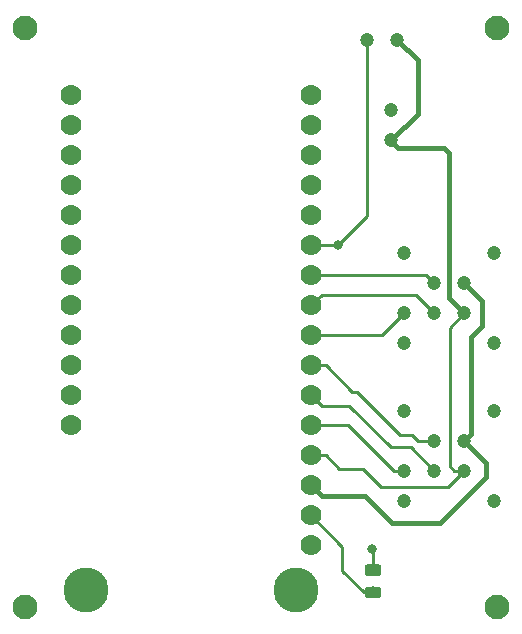
<source format=gtl>
G04 #@! TF.GenerationSoftware,KiCad,Pcbnew,(5.1.0)-1*
G04 #@! TF.CreationDate,2019-11-28T11:04:33+01:00*
G04 #@! TF.ProjectId,main_PCB_3,6d61696e-5f50-4434-925f-332e6b696361,rev?*
G04 #@! TF.SameCoordinates,Original*
G04 #@! TF.FileFunction,Copper,L1,Top*
G04 #@! TF.FilePolarity,Positive*
%FSLAX46Y46*%
G04 Gerber Fmt 4.6, Leading zero omitted, Abs format (unit mm)*
G04 Created by KiCad (PCBNEW (5.1.0)-1) date 2019-11-28 11:04:33*
%MOMM*%
%LPD*%
G04 APERTURE LIST*
%ADD10C,0.100000*%
%ADD11C,0.975000*%
%ADD12C,3.810000*%
%ADD13C,1.778000*%
%ADD14C,1.200000*%
%ADD15C,2.100000*%
%ADD16C,0.800000*%
%ADD17C,0.400000*%
%ADD18C,0.250000*%
G04 APERTURE END LIST*
D10*
G36*
X166960142Y-94433674D02*
G01*
X166983803Y-94437184D01*
X167007007Y-94442996D01*
X167029529Y-94451054D01*
X167051153Y-94461282D01*
X167071670Y-94473579D01*
X167090883Y-94487829D01*
X167108607Y-94503893D01*
X167124671Y-94521617D01*
X167138921Y-94540830D01*
X167151218Y-94561347D01*
X167161446Y-94582971D01*
X167169504Y-94605493D01*
X167175316Y-94628697D01*
X167178826Y-94652358D01*
X167180000Y-94676250D01*
X167180000Y-95163750D01*
X167178826Y-95187642D01*
X167175316Y-95211303D01*
X167169504Y-95234507D01*
X167161446Y-95257029D01*
X167151218Y-95278653D01*
X167138921Y-95299170D01*
X167124671Y-95318383D01*
X167108607Y-95336107D01*
X167090883Y-95352171D01*
X167071670Y-95366421D01*
X167051153Y-95378718D01*
X167029529Y-95388946D01*
X167007007Y-95397004D01*
X166983803Y-95402816D01*
X166960142Y-95406326D01*
X166936250Y-95407500D01*
X166023750Y-95407500D01*
X165999858Y-95406326D01*
X165976197Y-95402816D01*
X165952993Y-95397004D01*
X165930471Y-95388946D01*
X165908847Y-95378718D01*
X165888330Y-95366421D01*
X165869117Y-95352171D01*
X165851393Y-95336107D01*
X165835329Y-95318383D01*
X165821079Y-95299170D01*
X165808782Y-95278653D01*
X165798554Y-95257029D01*
X165790496Y-95234507D01*
X165784684Y-95211303D01*
X165781174Y-95187642D01*
X165780000Y-95163750D01*
X165780000Y-94676250D01*
X165781174Y-94652358D01*
X165784684Y-94628697D01*
X165790496Y-94605493D01*
X165798554Y-94582971D01*
X165808782Y-94561347D01*
X165821079Y-94540830D01*
X165835329Y-94521617D01*
X165851393Y-94503893D01*
X165869117Y-94487829D01*
X165888330Y-94473579D01*
X165908847Y-94461282D01*
X165930471Y-94451054D01*
X165952993Y-94442996D01*
X165976197Y-94437184D01*
X165999858Y-94433674D01*
X166023750Y-94432500D01*
X166936250Y-94432500D01*
X166960142Y-94433674D01*
X166960142Y-94433674D01*
G37*
D11*
X166480000Y-94920000D03*
D10*
G36*
X166960142Y-96308674D02*
G01*
X166983803Y-96312184D01*
X167007007Y-96317996D01*
X167029529Y-96326054D01*
X167051153Y-96336282D01*
X167071670Y-96348579D01*
X167090883Y-96362829D01*
X167108607Y-96378893D01*
X167124671Y-96396617D01*
X167138921Y-96415830D01*
X167151218Y-96436347D01*
X167161446Y-96457971D01*
X167169504Y-96480493D01*
X167175316Y-96503697D01*
X167178826Y-96527358D01*
X167180000Y-96551250D01*
X167180000Y-97038750D01*
X167178826Y-97062642D01*
X167175316Y-97086303D01*
X167169504Y-97109507D01*
X167161446Y-97132029D01*
X167151218Y-97153653D01*
X167138921Y-97174170D01*
X167124671Y-97193383D01*
X167108607Y-97211107D01*
X167090883Y-97227171D01*
X167071670Y-97241421D01*
X167051153Y-97253718D01*
X167029529Y-97263946D01*
X167007007Y-97272004D01*
X166983803Y-97277816D01*
X166960142Y-97281326D01*
X166936250Y-97282500D01*
X166023750Y-97282500D01*
X165999858Y-97281326D01*
X165976197Y-97277816D01*
X165952993Y-97272004D01*
X165930471Y-97263946D01*
X165908847Y-97253718D01*
X165888330Y-97241421D01*
X165869117Y-97227171D01*
X165851393Y-97211107D01*
X165835329Y-97193383D01*
X165821079Y-97174170D01*
X165808782Y-97153653D01*
X165798554Y-97132029D01*
X165790496Y-97109507D01*
X165784684Y-97086303D01*
X165781174Y-97062642D01*
X165780000Y-97038750D01*
X165780000Y-96551250D01*
X165781174Y-96527358D01*
X165784684Y-96503697D01*
X165790496Y-96480493D01*
X165798554Y-96457971D01*
X165808782Y-96436347D01*
X165821079Y-96415830D01*
X165835329Y-96396617D01*
X165851393Y-96378893D01*
X165869117Y-96362829D01*
X165888330Y-96348579D01*
X165908847Y-96336282D01*
X165930471Y-96326054D01*
X165952993Y-96317996D01*
X165976197Y-96312184D01*
X165999858Y-96308674D01*
X166023750Y-96307500D01*
X166936250Y-96307500D01*
X166960142Y-96308674D01*
X166960142Y-96308674D01*
G37*
D11*
X166480000Y-96795000D03*
D12*
X159970000Y-96620000D03*
X142190000Y-96620000D03*
D13*
X140920000Y-82650000D03*
X140920000Y-80110000D03*
X140920000Y-77570000D03*
X140920000Y-75030000D03*
X140920000Y-72490000D03*
X140920000Y-69950000D03*
X140920000Y-67410000D03*
X140920000Y-64870000D03*
X140920000Y-62330000D03*
X140920000Y-59790000D03*
X140920000Y-57250000D03*
X140920000Y-54710000D03*
X161240000Y-54710000D03*
X161240000Y-57250000D03*
X161240000Y-59790000D03*
X161240000Y-62330000D03*
X161240000Y-64870000D03*
X161240000Y-67410000D03*
X161240000Y-69950000D03*
X161240000Y-72490000D03*
X161240000Y-75030000D03*
X161240000Y-77570000D03*
X161240000Y-80110000D03*
X161240000Y-82650000D03*
X161240000Y-85190000D03*
X161240000Y-87730000D03*
X161240000Y-90270000D03*
X161240000Y-92810000D03*
D14*
X176750000Y-75720000D03*
X169130000Y-75720000D03*
X169130000Y-68100000D03*
X176750000Y-68100000D03*
X169130000Y-89040000D03*
X176750000Y-89040000D03*
X176750000Y-81420000D03*
X169130000Y-81420000D03*
D15*
X177000000Y-49000000D03*
X137000000Y-49000000D03*
X137000000Y-98000000D03*
X177000000Y-98000000D03*
D14*
X168540000Y-50000000D03*
X168000000Y-58540000D03*
X174210000Y-73180000D03*
X174210000Y-86500000D03*
X171670000Y-70640000D03*
X171670000Y-73180000D03*
X169130000Y-73180000D03*
X171670000Y-83960000D03*
X171670000Y-86500000D03*
X169130000Y-86500000D03*
D16*
X163500000Y-67410000D03*
X166430000Y-93150000D03*
D14*
X166000000Y-50000000D03*
X174210000Y-83960000D03*
X174210000Y-70640000D03*
X168000000Y-56000000D03*
D17*
X168599999Y-59139999D02*
X172499999Y-59139999D01*
X168000000Y-58540000D02*
X168599999Y-59139999D01*
X172499999Y-59139999D02*
X172950000Y-59590000D01*
X172950000Y-59590000D02*
X172950000Y-71920000D01*
X172950000Y-71920000D02*
X174210000Y-73180000D01*
D18*
X165650000Y-86320000D02*
X167190000Y-87860000D01*
X167190000Y-87860000D02*
X172850000Y-87860000D01*
X172850000Y-87860000D02*
X174210000Y-86500000D01*
X172990000Y-86128528D02*
X172990000Y-74400000D01*
X162497235Y-85190000D02*
X163627235Y-86320000D01*
X161240000Y-85190000D02*
X162497235Y-85190000D01*
X172990000Y-74400000D02*
X174210000Y-73180000D01*
X174210000Y-86500000D02*
X173361472Y-86500000D01*
X163627235Y-86320000D02*
X165650000Y-86320000D01*
X173361472Y-86500000D02*
X172990000Y-86128528D01*
D17*
X170260000Y-51720000D02*
X168540000Y-50000000D01*
X170260000Y-56280000D02*
X170260000Y-51720000D01*
X170260000Y-56280000D02*
X168000000Y-58540000D01*
D18*
X170980000Y-69950000D02*
X171670000Y-70640000D01*
X161240000Y-69950000D02*
X170980000Y-69950000D01*
X162128999Y-71601001D02*
X161240000Y-72490000D01*
X170091001Y-71601001D02*
X162128999Y-71601001D01*
X171670000Y-73180000D02*
X170091001Y-71601001D01*
X167280000Y-75030000D02*
X169130000Y-73180000D01*
X161240000Y-75030000D02*
X167280000Y-75030000D01*
X162497235Y-77570000D02*
X164727235Y-79800000D01*
X161240000Y-77570000D02*
X162497235Y-77570000D01*
X164727235Y-79800000D02*
X165140000Y-79800000D01*
X165140000Y-79800000D02*
X168780000Y-83440000D01*
X168780000Y-83440000D02*
X169760000Y-83440000D01*
X170280000Y-83960000D02*
X171670000Y-83960000D01*
X169760000Y-83440000D02*
X170280000Y-83960000D01*
X162128999Y-80998999D02*
X164468999Y-80998999D01*
X161240000Y-80110000D02*
X162128999Y-80998999D01*
X164468999Y-80998999D02*
X167970000Y-84500000D01*
X169670000Y-84500000D02*
X171670000Y-86500000D01*
X167970000Y-84500000D02*
X169670000Y-84500000D01*
X168250000Y-86500000D02*
X169130000Y-86500000D01*
X161240000Y-82650000D02*
X164400000Y-82650000D01*
X164400000Y-82650000D02*
X168250000Y-86500000D01*
X166480000Y-93200000D02*
X166430000Y-93150000D01*
X166480000Y-94920000D02*
X166480000Y-93200000D01*
X163500000Y-67410000D02*
X161240000Y-67410000D01*
X166000000Y-64910000D02*
X163500000Y-67410000D01*
X166000000Y-50000000D02*
X166000000Y-64910000D01*
X165680000Y-96795000D02*
X163890000Y-95005000D01*
X166480000Y-96795000D02*
X165680000Y-96795000D01*
X163890000Y-92920000D02*
X161240000Y-90270000D01*
X163890000Y-95005000D02*
X163890000Y-92920000D01*
D17*
X174809999Y-83360001D02*
X174809999Y-75190001D01*
X174210000Y-83960000D02*
X174809999Y-83360001D01*
X174809999Y-75190001D02*
X175730000Y-74270000D01*
X175730000Y-72160000D02*
X174210000Y-70640000D01*
X175730000Y-74270000D02*
X175730000Y-72160000D01*
X176080000Y-85830000D02*
X174210000Y-83960000D01*
X162128999Y-88618999D02*
X165788999Y-88618999D01*
X161240000Y-87730000D02*
X162128999Y-88618999D01*
X165788999Y-88618999D02*
X168110000Y-90940000D01*
X168110000Y-90940000D02*
X172180000Y-90940000D01*
X172180000Y-90940000D02*
X176080000Y-87040000D01*
X176080000Y-87040000D02*
X176080000Y-85830000D01*
M02*

</source>
